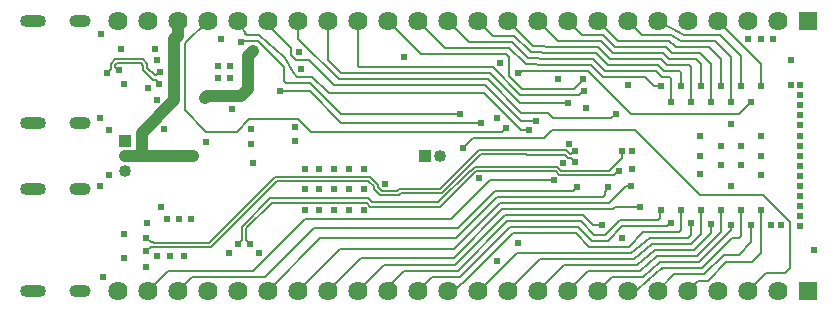
<source format=gbl>
G04*
G04 #@! TF.GenerationSoftware,Altium Limited,Altium Designer,25.8.1 (18)*
G04*
G04 Layer_Physical_Order=4*
G04 Layer_Color=16711680*
%FSLAX25Y25*%
%MOIN*%
G70*
G04*
G04 #@! TF.SameCoordinates,84CAB14F-A09E-4842-903A-F773CCEDBAE3*
G04*
G04*
G04 #@! TF.FilePolarity,Positive*
G04*
G01*
G75*
%ADD10C,0.01000*%
%ADD12C,0.00600*%
G04:AMPARAMS|DCode=52|XSize=39.37mil|YSize=70.87mil|CornerRadius=19.68mil|HoleSize=0mil|Usage=FLASHONLY|Rotation=270.000|XOffset=0mil|YOffset=0mil|HoleType=Round|Shape=RoundedRectangle|*
%AMROUNDEDRECTD52*
21,1,0.03937,0.03150,0,0,270.0*
21,1,0.00000,0.07087,0,0,270.0*
1,1,0.03937,-0.01575,0.00000*
1,1,0.03937,-0.01575,0.00000*
1,1,0.03937,0.01575,0.00000*
1,1,0.03937,0.01575,0.00000*
%
%ADD52ROUNDEDRECTD52*%
G04:AMPARAMS|DCode=54|XSize=39.37mil|YSize=86.61mil|CornerRadius=19.68mil|HoleSize=0mil|Usage=FLASHONLY|Rotation=270.000|XOffset=0mil|YOffset=0mil|HoleType=Round|Shape=RoundedRectangle|*
%AMROUNDEDRECTD54*
21,1,0.03937,0.04724,0,0,270.0*
21,1,0.00000,0.08661,0,0,270.0*
1,1,0.03937,-0.02362,0.00000*
1,1,0.03937,-0.02362,0.00000*
1,1,0.03937,0.02362,0.00000*
1,1,0.03937,0.02362,0.00000*
%
%ADD54ROUNDEDRECTD54*%
%ADD60C,0.00603*%
%ADD65C,0.06400*%
%ADD66R,0.06400X0.06400*%
%ADD67R,0.04000X0.04000*%
%ADD68C,0.04000*%
%ADD69R,0.04000X0.04000*%
%ADD70C,0.02400*%
%ADD71C,0.04000*%
%ADD78C,0.01000*%
D10*
X174509Y86491D02*
G03*
X174542Y86490I174J4697D01*
G01*
X77649Y90567D02*
G03*
X77702Y90479I9495J5674D01*
G01*
X213185Y20499D02*
G03*
X213186Y20500I-619J786D01*
G01*
X211939Y8566D02*
G03*
X211924Y8553I3062J-3566D01*
G01*
X216499Y12500D02*
X216500Y12500D01*
D12*
X76300Y88300D02*
X81700D01*
X76000Y88000D02*
X76300Y88300D01*
X81700D02*
X90488Y79512D01*
Y79512D02*
X90500Y74786D01*
X90488Y79512D02*
Y79512D01*
X109343Y64000D02*
X149000D01*
X99143Y74200D02*
X109343Y64000D01*
X90500Y74786D02*
X91086Y74200D01*
X91500Y74200D02*
X99143D01*
X91086Y74200D02*
X91500Y74200D01*
X109515Y61000D02*
X156000D01*
X99015Y71500D02*
X109515Y61000D01*
X89000Y71500D02*
X99015D01*
X242269Y22500D02*
X242854Y23086D01*
Y32000D01*
X239672Y22500D02*
X242269D01*
X229672Y12500D02*
X239672Y22500D01*
X216500Y12500D02*
X229672D01*
X249547Y17547D02*
Y32000D01*
X237900Y14547D02*
X246547D01*
X249547Y17547D01*
X242000Y17000D02*
X246197Y21197D01*
Y26957D01*
X237000Y17000D02*
X242000D01*
X230500Y10500D02*
X237000Y17000D01*
X231677Y8323D02*
X237900Y14547D01*
X228323Y8323D02*
X231677D01*
X257500Y11000D02*
X259000Y12500D01*
X251000Y11000D02*
X257500D01*
X245000Y5000D02*
X251000Y11000D01*
X259000Y12500D02*
Y28011D01*
X250011Y37000D02*
X259000Y28011D01*
X207500Y58500D02*
X229000Y37000D01*
X250011D01*
X179818Y58500D02*
X207500D01*
X177118Y55800D02*
X179818Y58500D01*
X153300Y55800D02*
X177118D01*
X206201Y64000D02*
X242193D01*
X246193Y68000D01*
X191901Y78300D02*
X206201Y64000D01*
X229465Y73043D02*
Y80535D01*
X227700Y82300D02*
X229465Y80535D01*
X218872Y82300D02*
X227700D01*
X232807Y68000D02*
Y80693D01*
X229200Y84300D02*
X232807Y80693D01*
X219700Y84300D02*
X229200D01*
X236157Y73043D02*
Y82342D01*
X221041Y86300D02*
X232200D01*
X236157Y82342D01*
X234200Y88300D02*
X239500Y83000D01*
X223114Y88300D02*
X234200D01*
X239500Y68000D02*
Y83000D01*
X235700Y90300D02*
X242850Y83150D01*
Y73043D02*
Y83150D01*
X224113Y90300D02*
X235700D01*
X223700Y90300D02*
X224113Y90300D01*
X215000Y95000D02*
X223700Y90300D01*
X195000Y95000D02*
X201700Y88300D01*
X218506D01*
X218920Y88300D01*
X220720Y86500D01*
X196871Y90300D02*
X200872Y86300D01*
X217700D01*
X196043Y88300D02*
X200043Y84300D01*
X216872D01*
X195215Y86300D02*
X199215Y82300D01*
X216043D01*
X165000Y95000D02*
X173193Y86807D01*
X174542Y86490D02*
X180871Y86300D01*
X195215D01*
X173193Y86807D02*
X173471Y86529D01*
X174509Y86491D01*
X194386Y84300D02*
X198386Y80300D01*
X215200D01*
X167172Y90000D02*
X172351Y84820D01*
X172631Y84541D02*
X180043Y84300D01*
X194386D01*
X172351Y84820D02*
X172631Y84541D01*
X193558Y82300D02*
X197558Y78300D01*
X214372D01*
X166343Y88000D02*
X171553Y82790D01*
X171835Y82509D02*
X179215Y82300D01*
X171553Y82790D02*
X171835Y82509D01*
X179215Y82300D02*
X193558D01*
X165515Y86000D02*
X170725Y80790D01*
X178386Y80300D02*
X192729D01*
X170725Y80790D02*
X171006Y80509D01*
X178386Y80300D01*
X192729D02*
X196730Y76300D01*
X210858D01*
X140255Y89788D02*
X144097Y86000D01*
X165515D01*
X139981Y90057D02*
X140255Y89788D01*
X125000Y95000D02*
X136000Y84000D01*
X164500D01*
X105000Y5000D02*
X116000Y16000D01*
X147000D02*
X163200Y32200D01*
X116000Y16000D02*
X147000D01*
X109000Y19000D02*
X147172D01*
X162372Y34200D01*
X95000Y5000D02*
X109000Y19000D01*
X102500Y22500D02*
X147800D01*
X161500Y36200D01*
X85000Y5000D02*
X102500Y22500D01*
X84200Y9700D02*
X100500Y26000D01*
X148300D02*
X160300Y38000D01*
X100500Y26000D02*
X148300D01*
X150200Y7700D02*
X166700Y24200D01*
X187618D01*
X192118Y19700D01*
X205223D01*
X59700Y9700D02*
X84200D01*
X97500Y29000D02*
X146000D01*
X159000Y42000D02*
X180500D01*
X146000Y29000D02*
X159000Y42000D01*
X80200Y11700D02*
X97500Y29000D01*
X51700Y11700D02*
X80200D01*
X178300Y64200D02*
X180000Y62500D01*
X199500D01*
X169496Y64200D02*
X178300D01*
X165500Y76682D02*
X169882Y72300D01*
X187034D01*
X188921Y70300D02*
X190121Y71500D01*
X190500D01*
X169053Y70300D02*
X188921D01*
X158328Y75368D02*
X169496Y64200D01*
X199500Y62500D02*
X201000Y64000D01*
X169368Y61500D02*
X174500D01*
X169300Y58700D02*
X171800D01*
X157000Y71000D02*
X169300Y58700D01*
X171800D02*
X172000Y58500D01*
X82112Y90100D02*
X90472Y82820D01*
X90870Y82423D01*
X78081Y90100D02*
X82112D01*
X77788Y90393D02*
X78081Y90100D01*
X77702Y90479D02*
X77788Y90393D01*
X75000Y95000D02*
X77649Y90567D01*
X90870Y82423D02*
X93300Y77882D01*
X99872Y76300D02*
X99875Y76297D01*
X94882Y76300D02*
X99872D01*
X93300Y77882D02*
X94882Y76300D01*
X99875Y76297D02*
X100164Y76007D01*
X85823Y92995D02*
X92800Y86018D01*
X85823Y92995D02*
Y94177D01*
X107132Y73368D02*
X157500D01*
X92800Y83382D02*
Y86018D01*
X98700Y81800D02*
X107132Y73368D01*
X94382Y81800D02*
X98700D01*
X92800Y83382D02*
X94382Y81800D01*
X85000Y95000D02*
X85823Y94177D01*
X57400Y65057D02*
Y87400D01*
Y65057D02*
X64457Y58000D01*
X74682D01*
X57400Y87400D02*
X65000Y95000D01*
X78882Y62200D02*
X95118D01*
X74682Y58000D02*
X78882Y62200D01*
X95118D02*
X99318Y58000D01*
X163214D01*
X164500Y59286D01*
X150000Y52500D02*
X153300Y55800D01*
X197407Y38028D02*
X198500Y39121D01*
X196700Y36200D02*
X197407Y36907D01*
X198500Y39121D02*
Y39500D01*
X197407Y36907D02*
Y38028D01*
X161500Y36200D02*
X196700D01*
X100164Y76007D02*
X104804Y71368D01*
X105500Y71000D02*
X105914Y71000D01*
X104804Y71368D02*
X105500Y71000D01*
X105914Y71000D02*
X157000D01*
X115000Y79954D02*
Y95000D01*
X115586Y79368D02*
X159985D01*
X115000Y79954D02*
X115586Y79368D01*
X159985D02*
X169053Y70300D01*
X159157Y77368D02*
X169025Y67500D01*
X105000Y81828D02*
X109460Y77368D01*
X159157D01*
X95000Y89000D02*
X108632Y75368D01*
X158328D01*
X105000Y81828D02*
Y95000D01*
X95000Y89000D02*
Y95000D01*
X157500Y73368D02*
X169368Y61500D01*
X169025Y67500D02*
X185000D01*
X190000Y75265D02*
Y75500D01*
X187034Y72300D02*
X190000Y75265D01*
X200077Y32200D02*
X200877Y33000D01*
X163200Y32200D02*
X200077D01*
X200877Y33000D02*
X209000D01*
X139715Y90324D02*
X139981Y90057D01*
X135039Y95000D02*
X139715Y90324D01*
X135000Y95000D02*
X135039D01*
X145000D02*
X152100Y88000D01*
X166343D01*
X214372Y78300D02*
X216372Y76300D01*
X218835D01*
X217200Y78300D02*
X222186D01*
X215200Y80300D02*
X217200Y78300D01*
X160628Y90000D02*
X167172D01*
X218043Y80300D02*
X225500D01*
X216043Y82300D02*
X218043Y80300D01*
X216872Y84300D02*
X218872Y82300D01*
X217700Y86300D02*
X219700Y84300D01*
X220720Y86500D02*
X221041Y86300D01*
X219492Y90300D02*
X222700Y88300D01*
X223114Y88300D01*
X209700Y90300D02*
X219492D01*
X165500Y76682D02*
Y83000D01*
X164500Y84000D02*
X165500Y83000D01*
X155000Y95000D02*
X159937Y90277D01*
X160227Y90000D02*
X160628Y90000D01*
X159937Y90277D02*
X160227Y90000D01*
X168500Y77500D02*
X168879D01*
X169679Y78300D02*
X191901D01*
X168879Y77500D02*
X169679Y78300D01*
X45000Y5000D02*
X51700Y11700D01*
X55000Y5000D02*
X59700Y9700D01*
X160300Y38000D02*
X160472D01*
X186700Y38200D02*
X188000Y39500D01*
X160472Y38000D02*
X160672Y38200D01*
X186700D01*
X205841Y39841D02*
X206000Y40000D01*
X198700Y34200D02*
X204341Y39841D01*
X162372Y34200D02*
X198700D01*
X204341Y39841D02*
X205841D01*
X165700Y26200D02*
X188447D01*
X149200Y9700D02*
X165700Y26200D01*
X188447D02*
X192947Y21700D01*
X164872Y28200D02*
X189275D01*
X148372Y11700D02*
X164872Y28200D01*
X147543Y13700D02*
X164043Y30200D01*
X190104D01*
X193304Y27000D01*
X115000Y5000D02*
X123700Y13700D01*
X147543D01*
X193304Y27000D02*
X196500D01*
X189275Y28200D02*
X193775Y23700D01*
X197553D02*
X202353Y28500D01*
X193775Y23700D02*
X197553D01*
X149700Y7700D02*
X150200D01*
X146033Y6033D02*
X148033D01*
X149700Y7700D01*
X145000Y5000D02*
X146033Y6033D01*
X202353Y28500D02*
X215229D01*
X215815Y29086D01*
Y31732D01*
X198382Y21700D02*
X203182Y26500D01*
X218214D01*
X192947Y21700D02*
X198382D01*
X218214Y26500D02*
X219214Y27500D01*
X219500D01*
X135017Y11664D02*
X135053Y11700D01*
X127318Y8500D02*
X130482Y11664D01*
X135017D01*
X127318Y8500D02*
X127318D01*
X125000Y6182D02*
X127318Y8500D01*
X135053Y11700D02*
X148372D01*
X139700Y9700D02*
X149200D01*
X125000Y5000D02*
Y6182D01*
X215815Y31732D02*
X216083Y32000D01*
X135000Y5000D02*
X139700Y9700D01*
X205223Y19700D02*
X205223Y19700D01*
X205429D01*
X210229Y24500D01*
X211500D01*
X211500Y24500D01*
X222000D01*
X232757Y24257D02*
Y27243D01*
X227000Y18500D02*
X232757Y24257D01*
X226000Y27500D02*
X226118Y27382D01*
Y23447D02*
Y27382D01*
X212358Y22500D02*
X215000Y22500D01*
X206258Y17700D02*
X212358Y22500D01*
X206051Y17700D02*
X206258Y17700D01*
X215000Y22500D02*
X225172D01*
X168018Y17700D02*
X206051D01*
X213186Y20500D02*
X215000Y20500D01*
X207091Y15700D02*
X213185Y20499D01*
X215000Y20500D02*
X226000D01*
X207086Y15700D02*
X207091Y15700D01*
X175700Y15700D02*
X207086D01*
X214015Y18500D02*
X227000D01*
X207919Y13700D02*
X208159Y13700D01*
X183700Y13700D02*
X207919D01*
X208159Y13700D02*
X214015Y18500D01*
X214843Y16500D02*
X228000D01*
X208992Y11700D02*
X214843Y16500D01*
X208988Y11700D02*
X208992Y11700D01*
X191700Y11700D02*
X208988D01*
X215671Y14500D02*
X228843D01*
X209821Y9700D02*
X210195Y9700D01*
X199700Y9700D02*
X209821D01*
X210195Y9700D02*
X215671Y14500D01*
X207846Y5000D02*
X211924Y8553D01*
X205000Y5000D02*
X207846D01*
X211939Y8566D02*
X216499Y12500D01*
X222000Y24500D02*
X222776Y25276D01*
Y32000D01*
X155000Y5000D02*
X155318D01*
X168018Y17700D01*
X225172Y22500D02*
X226118Y23447D01*
X165000Y5000D02*
X175700Y15700D01*
X226000Y20500D02*
X229468Y23968D01*
Y32000D01*
X175000Y5000D02*
X183700Y13700D01*
X185000Y5000D02*
X191700Y11700D01*
X228000Y16500D02*
X236161Y24661D01*
Y32000D01*
X195000Y5000D02*
X199700Y9700D01*
X228843Y14500D02*
X238843Y24500D01*
X238918D01*
X239504Y25086D01*
Y26957D01*
X215000Y5000D02*
X220500Y10500D01*
X230500D01*
X225000Y5000D02*
X228323Y8323D01*
X210858Y76300D02*
X213847Y73311D01*
X215811D01*
X216079Y73043D01*
X218835Y76300D02*
X219421Y75714D01*
Y68000D02*
Y75714D01*
X222186Y78300D02*
X222772Y77714D01*
Y73043D02*
Y77714D01*
X225500Y80300D02*
X226114Y79686D01*
Y68000D02*
Y79686D01*
X175000Y95000D02*
X181700Y88300D01*
X196043D01*
X185000Y95000D02*
X189700Y90300D01*
X196871D01*
X205000Y95000D02*
X209700Y90300D01*
X235000Y95000D02*
X249543Y80457D01*
Y73043D02*
Y80457D01*
D52*
X22500Y5000D02*
D03*
Y39016D02*
D03*
Y60984D02*
D03*
Y95000D02*
D03*
D54*
X6752Y5000D02*
D03*
Y39016D02*
D03*
Y60984D02*
D03*
Y95000D02*
D03*
D60*
X171586Y50301D02*
X183953D01*
X185168Y49087D01*
X172167Y51705D02*
X184534D01*
X187258Y51500D02*
X187500D01*
X185168Y49087D02*
X186209D01*
X187297Y48000D02*
X187500D01*
X186248Y50490D02*
X187258Y51500D01*
X185749Y50490D02*
X186248D01*
X184534Y51705D02*
X185749Y50490D01*
X186209Y49087D02*
X187297Y48000D01*
X118717Y41298D02*
X120296Y39720D01*
X122466Y36795D02*
X128798D01*
X129502Y37500D01*
X143032D01*
X120296Y38966D02*
Y39720D01*
Y38966D02*
X122466Y36795D01*
X143032Y37500D02*
X156080Y50548D01*
X118416Y41600D02*
Y41600D01*
X118717Y41298D02*
X118717D01*
X118416Y41600D02*
X118717Y41298D01*
X88100Y41600D02*
X118416D01*
X171339Y50548D02*
X171586Y50301D01*
X156080Y50548D02*
X171339D01*
X66049Y19548D02*
X88100Y41600D01*
X44600Y18271D02*
X45977Y19648D01*
X44600Y18100D02*
Y18271D01*
X45977Y19648D02*
X46477D01*
X46577Y19548D02*
X66049D01*
X46477Y19648D02*
X46577Y19548D01*
X77701Y25717D02*
X86286Y34301D01*
X76298Y26298D02*
X85704Y35704D01*
X76298Y21799D02*
Y26298D01*
X77701Y21799D02*
Y25717D01*
X75000Y20500D02*
X76298Y21799D01*
X85704Y35704D02*
X118534D01*
X77701Y21799D02*
X79000Y20500D01*
X47158Y20952D02*
X65467D01*
X45977Y21052D02*
X47058D01*
X44600Y22429D02*
X45977Y21052D01*
X44600Y22429D02*
Y22600D01*
X47058Y21052D02*
X47158Y20952D01*
X200424Y43500D02*
X201724Y44800D01*
X202100D01*
X198657Y45000D02*
X203000Y49343D01*
X182255Y43500D02*
X200424D01*
X43280Y82205D02*
X44929Y80555D01*
X34244Y82205D02*
X43280D01*
X34825Y80801D02*
X42698D01*
X32659Y80620D02*
X34244Y82205D01*
X42698Y80801D02*
X43526Y79974D01*
Y78513D02*
Y79974D01*
X44929Y79094D02*
Y80555D01*
Y79094D02*
X47322Y76701D01*
X43526Y78513D02*
X46741Y75299D01*
X47822Y76701D02*
X49000Y77880D01*
X47322Y76701D02*
X47822D01*
X49000Y77880D02*
Y78000D01*
X32659Y78752D02*
Y80620D01*
X31500Y77593D02*
X32659Y78752D01*
X31500Y77500D02*
Y77593D01*
X49000Y74000D02*
Y74120D01*
X47822Y75299D02*
X49000Y74120D01*
X46741Y75299D02*
X47822D01*
X35101Y78500D02*
X35500D01*
X34062Y79539D02*
Y80038D01*
Y79539D02*
X35101Y78500D01*
X34062Y80038D02*
X34825Y80801D01*
X152516Y45000D02*
X152761D01*
X182739D02*
X198657D01*
X153966Y46205D02*
X181534D01*
X141919Y34403D02*
X152516Y45000D01*
X181534Y46205D02*
X182739Y45000D01*
X152761D02*
X153966Y46205D01*
X155499Y51951D02*
X171920D01*
X172167Y51705D01*
X142451Y38903D02*
X155499Y51951D01*
X180953Y44802D02*
X182255Y43500D01*
X154547Y44802D02*
X180953D01*
X153000Y43500D02*
X153245D01*
X142500Y33000D02*
X153000Y43500D01*
X153245D02*
X154547Y44802D01*
X118997Y43003D02*
X121698Y40301D01*
X65467Y20952D02*
X87519Y43003D01*
X118997D01*
X123047Y38199D02*
X128217D01*
X121698Y39547D02*
Y40301D01*
Y39547D02*
X123047Y38199D01*
X128217D02*
X128921Y38903D01*
X142451D01*
X117953Y34301D02*
X119255Y33000D01*
X118534Y35704D02*
X119836Y34403D01*
X86286Y34301D02*
X117953D01*
X119836Y34403D02*
X141919D01*
X119255Y33000D02*
X142500D01*
X203000Y49343D02*
Y51500D01*
D65*
X35000Y5000D02*
D03*
X45000Y95000D02*
D03*
X255000Y5000D02*
D03*
Y95000D02*
D03*
X75000Y5000D02*
D03*
X65000D02*
D03*
X55000Y95000D02*
D03*
X35000D02*
D03*
X65000D02*
D03*
X75000D02*
D03*
X85000D02*
D03*
X95000D02*
D03*
X105000D02*
D03*
X115000D02*
D03*
X125000D02*
D03*
X135000D02*
D03*
X145000D02*
D03*
X155000D02*
D03*
X165000D02*
D03*
X175000D02*
D03*
X185000D02*
D03*
X195000D02*
D03*
X205000D02*
D03*
X215000D02*
D03*
X225000D02*
D03*
X235000D02*
D03*
X245000D02*
D03*
X45000Y5000D02*
D03*
X55000D02*
D03*
X85000D02*
D03*
X95000D02*
D03*
X105000D02*
D03*
X115000D02*
D03*
X125000D02*
D03*
X135000D02*
D03*
X145000D02*
D03*
X155000D02*
D03*
X165000D02*
D03*
X175000D02*
D03*
X185000D02*
D03*
X195000D02*
D03*
X205000D02*
D03*
X215000D02*
D03*
X225000D02*
D03*
X235000D02*
D03*
X245000D02*
D03*
D66*
X265000Y95000D02*
D03*
Y5000D02*
D03*
D67*
X137500Y50000D02*
D03*
D68*
X142500D02*
D03*
X37500D02*
D03*
Y45000D02*
D03*
D69*
Y55000D02*
D03*
D70*
X72500Y80000D02*
D03*
X68500Y76000D02*
D03*
Y80000D02*
D03*
X72500Y76000D02*
D03*
X64200Y69300D02*
D03*
X80000Y85000D02*
D03*
X229000Y44000D02*
D03*
X239500Y40000D02*
D03*
X229000Y50000D02*
D03*
X236253Y53280D02*
D03*
X242741Y46723D02*
D03*
X236259Y46772D02*
D03*
X242761Y53233D02*
D03*
X229000Y56500D02*
D03*
X239500Y60500D02*
D03*
X256236Y26957D02*
D03*
X252890D02*
D03*
X262547Y29921D02*
D03*
Y36614D02*
D03*
X249500Y43500D02*
D03*
X262547Y39961D02*
D03*
X249500Y50000D02*
D03*
X262547Y46654D02*
D03*
Y50000D02*
D03*
Y26575D02*
D03*
Y33268D02*
D03*
Y43307D02*
D03*
X249500Y56500D02*
D03*
X262547Y60039D02*
D03*
Y53347D02*
D03*
Y63386D02*
D03*
Y66732D02*
D03*
X259500Y73500D02*
D03*
X262547Y56693D02*
D03*
Y70079D02*
D03*
Y73425D02*
D03*
X259500Y82000D02*
D03*
X245000Y89000D02*
D03*
X267000Y18500D02*
D03*
X203000Y22500D02*
D03*
X168500Y21000D02*
D03*
X161500Y15000D02*
D03*
X155500Y42500D02*
D03*
X205000Y73500D02*
D03*
X161500Y62500D02*
D03*
X162500Y81000D02*
D03*
X130500Y83000D02*
D03*
X96000Y79000D02*
D03*
X79500Y59000D02*
D03*
Y54000D02*
D03*
X64500Y54500D02*
D03*
X73000Y65500D02*
D03*
X48000Y68500D02*
D03*
X47500Y85500D02*
D03*
X69500Y89000D02*
D03*
X124000Y40500D02*
D03*
X117000Y32000D02*
D03*
X102000D02*
D03*
X112000D02*
D03*
X107000D02*
D03*
Y39000D02*
D03*
X112000D02*
D03*
X102000D02*
D03*
X117000D02*
D03*
X97500D02*
D03*
X107000Y45500D02*
D03*
X112000D02*
D03*
X102000D02*
D03*
X117000D02*
D03*
X97500D02*
D03*
X55500Y29000D02*
D03*
X59500D02*
D03*
X51500D02*
D03*
X30000Y9500D02*
D03*
X37000Y24000D02*
D03*
X49500Y33000D02*
D03*
X29000Y40000D02*
D03*
X32000Y43500D02*
D03*
X37000Y16000D02*
D03*
X97500Y32000D02*
D03*
X82000Y17500D02*
D03*
X206500Y45400D02*
D03*
X206600Y51500D02*
D03*
X185500Y54000D02*
D03*
X37000Y74000D02*
D03*
X36000Y85500D02*
D03*
X48000Y82000D02*
D03*
X45000Y72500D02*
D03*
X29000Y62500D02*
D03*
X32000Y58500D02*
D03*
X29500Y90500D02*
D03*
X94000Y59500D02*
D03*
Y55000D02*
D03*
X50500Y59000D02*
D03*
X44800Y27500D02*
D03*
X44600Y12900D02*
D03*
X72000Y17500D02*
D03*
X191000Y66000D02*
D03*
X183500Y47500D02*
D03*
X76000Y88000D02*
D03*
X149000Y64000D02*
D03*
X156000Y61000D02*
D03*
X89000Y71500D02*
D03*
X187500Y48000D02*
D03*
Y51500D02*
D03*
X44600Y18100D02*
D03*
X190500Y71500D02*
D03*
X201000Y64000D02*
D03*
X174500Y61500D02*
D03*
X172000Y58500D02*
D03*
X253500Y89000D02*
D03*
X181700Y75600D02*
D03*
X249500Y89000D02*
D03*
X95500Y84500D02*
D03*
X80000Y47500D02*
D03*
X75000Y20500D02*
D03*
X79000D02*
D03*
X44600Y22600D02*
D03*
X202100Y44800D02*
D03*
X60000Y50000D02*
D03*
X31500Y77500D02*
D03*
X35500Y78500D02*
D03*
X48701Y74000D02*
D03*
X49000Y78000D02*
D03*
X198500Y39500D02*
D03*
X203000Y51500D02*
D03*
X57000Y16500D02*
D03*
X52500D02*
D03*
X48000D02*
D03*
X150000Y52500D02*
D03*
X164500Y59286D02*
D03*
X185000Y67500D02*
D03*
X190000Y75500D02*
D03*
X180500Y42000D02*
D03*
X196500Y27000D02*
D03*
X209000Y33000D02*
D03*
X168500Y77500D02*
D03*
X188000Y39500D02*
D03*
X206000Y40000D02*
D03*
X232757Y27243D02*
D03*
X219500Y27500D02*
D03*
X226000D02*
D03*
X249547Y32000D02*
D03*
X246197Y26957D02*
D03*
X246193Y68000D02*
D03*
X216079Y73043D02*
D03*
X216083Y32000D02*
D03*
X239504Y26957D02*
D03*
X242854Y32000D02*
D03*
X236161D02*
D03*
X229468D02*
D03*
X222776D02*
D03*
X222772Y73043D02*
D03*
X219421Y68000D02*
D03*
X229465Y73043D02*
D03*
X226114Y68000D02*
D03*
X236157Y73043D02*
D03*
X232807Y68000D02*
D03*
X239500D02*
D03*
X242850Y73043D02*
D03*
X249543D02*
D03*
D71*
X75944Y70000D02*
X78287Y72343D01*
Y83287D01*
X64200Y69300D02*
X64900Y70000D01*
X75944D01*
X78287Y83287D02*
X80000Y85000D01*
X53900Y88850D02*
X55000Y89950D01*
X53900Y68460D02*
Y88850D01*
X55000Y89950D02*
Y95000D01*
X43000Y57560D02*
X53900Y68460D01*
X43000Y50000D02*
Y57560D01*
Y50000D02*
X60000D01*
X37500D02*
X43000D01*
D78*
X77788Y90393D02*
D03*
X75000Y95000D02*
D03*
M02*

</source>
